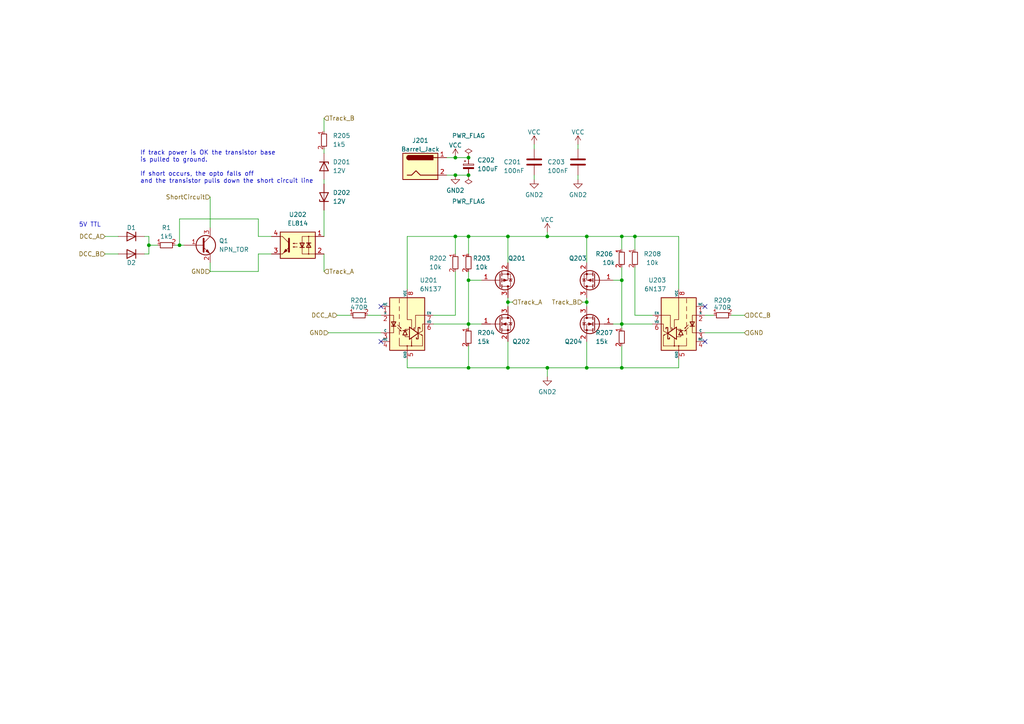
<source format=kicad_sch>
(kicad_sch (version 20231120) (generator "eeschema") (generator_version "8.0")
  (paper "A4")
  (lib_symbols
    (symbol "Connector:Barrel_Jack" (pin_names (offset 1.016))
      (property "Reference" "J" (at 0 5.334 0))
      (property "Value" "Barrel_Jack" (at 0 -5.08 0))
      (symbol "Barrel_Jack_0_1"
        (rectangle (start -5.08 3.81) (end 5.08 -3.81) (stroke (width 0.254)) (fill (type background)))
        (arc (start -3.302 3.175) (mid -3.9343 2.54) (end -3.302 1.905) (stroke (width 0.254)))
        (arc (start -3.302 3.175) (mid -3.9343 2.54) (end -3.302 1.905) (stroke (width 0.254)) (fill (type outline)))
        (polyline (pts (xy 5.08 2.54) (xy 3.81 2.54)) (stroke (width 0.254)))
        (polyline (pts (xy -3.81 -2.54) (xy -2.54 -2.54) (xy -1.27 -1.27) (xy 0 -2.54) (xy 2.54 -2.54) (xy 5.08 -2.54)) (stroke (width 0.254)))
        (rectangle (start 3.683 3.175) (end -3.302 1.905) (stroke (width 0.254)) (fill (type outline)))
      )
      (symbol "Barrel_Jack_1_1"
        (pin passive line (at 7.62 2.54 180) (length 2.54) (name "~") (number "1"))
        (pin passive line (at 7.62 -2.54 180) (length 2.54) (name "~") (number "2"))
      )
    )
    (symbol "Device:C" (pin_numbers hide) (pin_names (offset 0.254))
      (property "Reference" "C" (at 0.635 2.54 0))
      (property "Value" "C" (at 0.635 -2.54 0))
      (symbol "C_0_1"
        (polyline (pts (xy -2.032 -0.762) (xy 2.032 -0.762)) (stroke (width 0.508)))
        (polyline (pts (xy -2.032 0.762) (xy 2.032 0.762)) (stroke (width 0.508)))
      )
      (symbol "C_1_1"
        (pin passive line (at 0 3.81 270) (length 2.794) (name "~") (number "1"))
        (pin passive line (at 0 -3.81 90) (length 2.794) (name "~") (number "2"))
      )
    )
    (symbol "Device:C_Polarized_Small" (pin_numbers hide) (pin_names (offset 0.254) hide)
      (property "Reference" "C" (at 0.254 1.778 0))
      (property "Value" "C_Polarized_Small" (at 0.254 -2.032 0))
      (symbol "C_Polarized_Small_0_1"
        (rectangle (start -1.524 -0.3048) (end 1.524 -0.6858) (fill (type outline)))
        (rectangle (start -1.524 0.6858) (end 1.524 0.3048))
        (polyline (pts (xy -1.27 1.524) (xy -0.762 1.524)))
        (polyline (pts (xy -1.016 1.27) (xy -1.016 1.778)))
      )
      (symbol "C_Polarized_Small_1_1"
        (pin passive line (at 0 2.54 270) (length 1.8542) (name "~") (number "1"))
        (pin passive line (at 0 -2.54 90) (length 1.8542) (name "~") (number "2"))
      )
    )
    (symbol "Device:D_Zener" (pin_numbers hide) (pin_names (offset 1.016) hide)
      (property "Reference" "D" (at 0 2.54 0))
      (property "Value" "D_Zener" (at 0 -2.54 0))
      (symbol "D_Zener_0_1"
        (polyline (pts (xy 1.27 0) (xy -1.27 0)))
        (polyline (pts (xy -1.27 -1.27) (xy -1.27 1.27) (xy -0.762 1.27)) (stroke (width 0.254)))
        (polyline (pts (xy 1.27 -1.27) (xy 1.27 1.27) (xy -1.27 0) (xy 1.27 -1.27)) (stroke (width 0.254)))
      )
      (symbol "D_Zener_1_1"
        (pin passive line (at -3.81 0 0) (length 2.54) (name "K") (number "1"))
        (pin passive line (at 3.81 0 180) (length 2.54) (name "A") (number "2"))
      )
    )
    (symbol "Isolator:6N137" (pin_names (offset 0))
      (property "Reference" "U" (at -4.064 8.89 0))
      (property "Value" "6N137" (at 0 -8.89 0))
      (symbol "6N137_0_1"
        (polyline (pts (xy 0 -6.35) (xy -2.286 -6.35) (xy -2.286 -4.064)))
        (polyline (pts (xy -5.08 -2.54) (xy -3.937 -2.54) (xy -3.937 2.54) (xy -5.08 2.54)))
        (polyline (pts (xy 1.27 -5.08) (xy 1.27 -6.35) (xy 0 -6.35) (xy 0 -7.62)))
        (polyline (pts (xy 3.175 -2.667) (xy 0.635 -4.445) (xy 0.635 -0.889) (xy 3.175 -2.667)) (stroke (width 0.254)))
        (polyline (pts (xy -2.794 -1.016) (xy -1.717 -2.093) (xy -2.076 -1.914) (xy -1.896 -1.734) (xy -1.717 -2.093)))
        (polyline (pts (xy -2.794 -0.254) (xy -1.717 -1.331) (xy -2.076 -1.152) (xy -1.896 -0.972) (xy -1.717 -1.331)))
      )
      (symbol "6N137_1_1"
        (rectangle (start -5.08 7.62) (end 5.08 -7.62) (stroke (width 0.254)) (fill (type background)))
        (circle (center 0 -6.35) (radius 0.127) (fill (type outline)))
        (polyline (pts (xy -4.572 -0.635) (xy -3.302 -0.635)) (stroke (width 0.254)))
        (polyline (pts (xy -2.286 -1.778) (xy -2.286 -3.048)))
        (polyline (pts (xy -2.286 0.508) (xy -2.286 -0.762)))
        (polyline (pts (xy -2.286 2.794) (xy -2.286 1.524)))
        (polyline (pts (xy -2.286 5.08) (xy -2.286 3.81)))
        (polyline (pts (xy -2.286 7.366) (xy -2.286 6.096)))
        (polyline (pts (xy -1.27 -1.905) (xy 0 -1.905)) (stroke (width 0.254)))
        (polyline (pts (xy -0.635 -3.302) (xy -0.635 -3.683) (xy 0.635 -3.683)))
        (polyline (pts (xy -0.635 -1.905) (xy -0.635 -1.524) (xy 0.508 -1.524)))
        (polyline (pts (xy 1.27 -4.064) (xy 1.27 -6.35) (xy 4.445 -6.35)))
        (polyline (pts (xy 3.175 -2.667) (xy 4.445 -3.302) (xy 4.445 -6.35)))
        (polyline (pts (xy -3.937 -0.635) (xy -4.572 0.635) (xy -3.302 0.635) (xy -3.937 -0.635)) (stroke (width 0.254)))
        (polyline (pts (xy -0.635 -1.905) (xy -1.27 -3.175) (xy 0 -3.175) (xy -0.635 -1.905)) (stroke (width 0.254)))
        (polyline (pts (xy 1.27 -1.27) (xy 1.27 1.27) (xy 0 1.27) (xy 0 7.62)))
        (polyline (pts (xy 2.1844 -1.1684) (xy 2.413 -0.889) (xy 2.413 2.54) (xy 5.08 2.54)))
        (polyline (pts (xy 3.175 -2.667) (xy 3.175 -4.318) (xy 2.667 -4.318) (xy 2.667 -3.937)) (stroke (width 0.254)))
        (polyline (pts (xy 3.175 -2.667) (xy 3.175 -1.016) (xy 3.683 -1.016) (xy 3.683 -1.397)) (stroke (width 0.254)))
        (polyline (pts (xy 3.175 -2.667) (xy 4.445 -2.032) (xy 4.445 0) (xy 5.08 0)))
        (polyline (pts (xy 4.445 -3.302) (xy 4.161 -3.018) (xy 4.047 -3.246) (xy 4.445 -3.302)) (stroke (width 0.127)) (fill (type outline)))
        (circle (center 1.27 -6.35) (radius 0.127) (fill (type outline)))
        (circle (center 2.032 -1.397) (radius 0.254))
        (pin passive line (at -7.62 5.08 0) (length 2.54) (name "NC") (number "1"))
        (pin passive line (at -7.62 2.54 0) (length 2.54) (name "A") (number "2"))
        (pin passive line (at -7.62 -2.54 0) (length 2.54) (name "C") (number "3"))
        (pin passive line (at -7.62 -5.08 0) (length 2.54) (name "NC") (number "4"))
        (pin power_in line (at 0 -10.16 90) (length 2.54) (name "GND") (number "5"))
        (pin open_collector line (at 7.62 0 180) (length 2.54) (name "VO") (number "6"))
        (pin input line (at 7.62 2.54 180) (length 2.54) (name "EN") (number "7"))
        (pin power_in line (at 0 10.16 270) (length 2.54) (name "VCC") (number "8"))
      )
    )
    (symbol "Transistor_FET:AO3400A" (pin_names hide)
      (property "Reference" "Q" (at 5.08 1.905 0))
      (property "Value" "AO3400A" (at 5.08 0 0))
      (symbol "AO3400A_0_1"
        (polyline (pts (xy 0.254 0) (xy -2.54 0)))
        (polyline (pts (xy 0.254 1.905) (xy 0.254 -1.905)) (stroke (width 0.254)))
        (polyline (pts (xy 0.762 -1.27) (xy 0.762 -2.286)) (stroke (width 0.254)))
        (polyline (pts (xy 0.762 0.508) (xy 0.762 -0.508)) (stroke (width 0.254)))
        (polyline (pts (xy 0.762 2.286) (xy 0.762 1.27)) (stroke (width 0.254)))
        (polyline (pts (xy 2.54 2.54) (xy 2.54 1.778)))
        (polyline (pts (xy 2.54 -2.54) (xy 2.54 0) (xy 0.762 0)))
        (polyline (pts (xy 0.762 -1.778) (xy 3.302 -1.778) (xy 3.302 1.778) (xy 0.762 1.778)))
        (polyline (pts (xy 1.016 0) (xy 2.032 0.381) (xy 2.032 -0.381) (xy 1.016 0)) (fill (type outline)))
        (polyline (pts (xy 2.794 0.508) (xy 2.921 0.381) (xy 3.683 0.381) (xy 3.81 0.254)))
        (polyline (pts (xy 3.302 0.381) (xy 2.921 -0.254) (xy 3.683 -0.254) (xy 3.302 0.381)))
        (circle (center 1.651 0) (radius 2.794) (stroke (width 0.254)))
        (circle (center 2.54 -1.778) (radius 0.254) (fill (type outline)))
        (circle (center 2.54 1.778) (radius 0.254) (fill (type outline)))
      )
      (symbol "AO3400A_1_1"
        (pin input line (at -5.08 0 0) (length 2.54) (name "G") (number "1"))
        (pin passive line (at 2.54 -5.08 90) (length 2.54) (name "S") (number "2"))
        (pin passive line (at 2.54 5.08 270) (length 2.54) (name "D") (number "3"))
      )
    )
    (symbol "Transistor_FET:AO3401A" (pin_names hide)
      (property "Reference" "Q" (at 5.08 1.905 0))
      (property "Value" "AO3401A" (at 5.08 0 0))
      (symbol "AO3401A_0_1"
        (polyline (pts (xy 0.254 0) (xy -2.54 0)))
        (polyline (pts (xy 0.254 1.905) (xy 0.254 -1.905)) (stroke (width 0.254)))
        (polyline (pts (xy 0.762 -1.27) (xy 0.762 -2.286)) (stroke (width 0.254)))
        (polyline (pts (xy 0.762 0.508) (xy 0.762 -0.508)) (stroke (width 0.254)))
        (polyline (pts (xy 0.762 2.286) (xy 0.762 1.27)) (stroke (width 0.254)))
        (polyline (pts (xy 2.54 2.54) (xy 2.54 1.778)))
        (polyline (pts (xy 2.54 -2.54) (xy 2.54 0) (xy 0.762 0)))
        (polyline (pts (xy 0.762 1.778) (xy 3.302 1.778) (xy 3.302 -1.778) (xy 0.762 -1.778)))
        (polyline (pts (xy 2.286 0) (xy 1.27 0.381) (xy 1.27 -0.381) (xy 2.286 0)) (fill (type outline)))
        (polyline (pts (xy 2.794 -0.508) (xy 2.921 -0.381) (xy 3.683 -0.381) (xy 3.81 -0.254)))
        (polyline (pts (xy 3.302 -0.381) (xy 2.921 0.254) (xy 3.683 0.254) (xy 3.302 -0.381)))
        (circle (center 1.651 0) (radius 2.794) (stroke (width 0.254)))
        (circle (center 2.54 -1.778) (radius 0.254) (fill (type outline)))
        (circle (center 2.54 1.778) (radius 0.254) (fill (type outline)))
      )
      (symbol "AO3401A_1_1"
        (pin input line (at -5.08 0 0) (length 2.54) (name "G") (number "1"))
        (pin passive line (at 2.54 -5.08 90) (length 2.54) (name "S") (number "2"))
        (pin passive line (at 2.54 5.08 270) (length 2.54) (name "D") (number "3"))
      )
    )
    (symbol "custom_kicad_lib_sk:1N4148WS" (pin_numbers hide) (pin_names hide)
      (property "Reference" "D" (at 0 2.54 0))
      (property "Value" "1N4148WS" (at 0 -2.54 0))
      (symbol "1N4148WS_0_1"
        (polyline (pts (xy -1.27 1.27) (xy -1.27 -1.27)) (stroke (width 0.254)))
        (polyline (pts (xy 1.27 0) (xy -1.27 0)))
        (polyline (pts (xy 1.27 1.27) (xy 1.27 -1.27) (xy -1.27 0) (xy 1.27 1.27)) (stroke (width 0.254)))
      )
      (symbol "1N4148WS_1_1"
        (pin passive line (at -3.81 0 0) (length 2.54) (name "K") (number "1"))
        (pin passive line (at 3.81 0 180) (length 2.54) (name "A") (number "2"))
      )
    )
    (symbol "custom_kicad_lib_sk:EL814S" (pin_names (offset 1.016))
      (property "Reference" "U" (at -5.334 4.826 0))
      (property "Value" "EL814" (at 0 5.08 0))
      (symbol "EL814S_0_1"
        (rectangle (start -5.08 3.81) (end 5.08 -3.81) (stroke (width 0.254)) (fill (type background)))
        (circle (center -3.175 -2.54) (radius 0.127))
        (circle (center -3.175 2.54) (radius 0.127))
        (polyline (pts (xy -3.81 0.635) (xy -2.54 0.635)) (stroke (width 0.254)))
        (polyline (pts (xy -3.175 -0.635) (xy -3.175 -2.54)))
        (polyline (pts (xy -3.175 0.635) (xy -3.175 -0.635)))
        (polyline (pts (xy -3.175 0.635) (xy -3.175 2.54)))
        (polyline (pts (xy -1.905 -0.635) (xy -0.635 -0.635)) (stroke (width 0.254)))
        (polyline (pts (xy -1.27 0.635) (xy -1.27 -0.635)))
        (polyline (pts (xy 2.54 0.635) (xy 4.445 2.54)))
        (polyline (pts (xy 4.445 -2.54) (xy 2.54 -0.635)) (fill (type outline)))
        (polyline (pts (xy 4.445 -2.54) (xy 5.08 -2.54)))
        (polyline (pts (xy 4.445 2.54) (xy 5.08 2.54)))
        (polyline (pts (xy -5.08 2.54) (xy -1.27 2.54) (xy -1.27 0.635)))
        (polyline (pts (xy -1.27 -0.635) (xy -1.27 -2.54) (xy -5.08 -2.54)))
        (polyline (pts (xy 2.54 1.905) (xy 2.54 -1.905) (xy 2.54 -1.905)) (stroke (width 0.508)))
        (polyline (pts (xy -3.175 0.635) (xy -3.81 -0.635) (xy -2.54 -0.635) (xy -3.175 0.635)) (stroke (width 0.254)))
        (polyline (pts (xy -1.27 -0.635) (xy -1.905 0.635) (xy -0.635 0.635) (xy -1.27 -0.635)) (stroke (width 0.254)))
        (polyline (pts (xy 0.127 -0.508) (xy 1.397 -0.508) (xy 1.016 -0.635) (xy 1.016 -0.381) (xy 1.397 -0.508)))
        (polyline (pts (xy 0.127 0.508) (xy 1.397 0.508) (xy 1.016 0.381) (xy 1.016 0.635) (xy 1.397 0.508)))
        (polyline (pts (xy 3.048 -1.651) (xy 3.556 -1.143) (xy 4.064 -2.159) (xy 3.048 -1.651) (xy 3.048 -1.651)) (fill (type outline)))
      )
      (symbol "EL814S_1_1"
        (pin passive line (at -7.62 2.54 0) (length 2.54) (name "~") (number "1"))
        (pin passive line (at -7.62 -2.54 0) (length 2.54) (name "~") (number "2"))
        (pin passive line (at 7.62 -2.54 180) (length 2.54) (name "~") (number "3"))
        (pin passive line (at 7.62 2.54 180) (length 2.54) (name "~") (number "4"))
      )
    )
    (symbol "custom_kicad_lib_sk:NPN_TOR" (pin_names (offset 0) hide)
      (property "Reference" "Q" (at 5.08 1.905 0))
      (property "Value" "NPN_TOR" (at 5.08 0 0))
      (symbol "NPN_TOR_0_1"
        (polyline (pts (xy 0.635 0.635) (xy 2.54 2.54)))
        (polyline (pts (xy 0.635 -0.635) (xy 2.54 -2.54) (xy 2.54 -2.54)))
        (polyline (pts (xy 0.635 1.905) (xy 0.635 -1.905) (xy 0.635 -1.905)) (stroke (width 0.508)))
        (polyline (pts (xy 1.27 -1.778) (xy 1.778 -1.27) (xy 2.286 -2.286) (xy 1.27 -1.778) (xy 1.27 -1.778)) (fill (type outline)))
        (circle (center 1.27 0) (radius 2.8194) (stroke (width 0.254)))
      )
      (symbol "NPN_TOR_1_1"
        (pin input line (at -5.08 0 0) (length 5.715) (name "B") (number "1"))
        (pin passive line (at 2.54 -5.08 90) (length 2.54) (name "E") (number "2"))
        (pin passive line (at 2.54 5.08 270) (length 2.54) (name "C") (number "3"))
      )
    )
    (symbol "power:GND2" (power) (pin_names (offset 0))
      (property "Value" "GND2" (at 0 -3.81 0))
      (symbol "GND2_0_1"
        (polyline (pts (xy 0 0) (xy 0 -1.27) (xy 1.27 -1.27) (xy 0 -2.54) (xy -1.27 -1.27) (xy 0 -1.27)))
      )
      (symbol "GND2_1_1"
        (pin power_in line (at 0 0 270) (length 0) hide (name "GND2") (number "1"))
      )
    )
    (symbol "power:PWR_FLAG" (power) (pin_numbers hide) (pin_names (offset 0) hide)
      (property "Value" "PWR_FLAG" (at 0 3.81 0))
      (symbol "PWR_FLAG_0_0"
        (pin power_out line (at 0 0 90) (length 0) (name "pwr") (number "1"))
      )
      (symbol "PWR_FLAG_0_1"
        (polyline (pts (xy 0 0) (xy 0 1.27) (xy -1.016 1.905) (xy 0 2.54) (xy 1.016 1.905) (xy 0 1.27)))
      )
    )
    (symbol "power:VCC" (power) (pin_names (offset 0))
      (property "Value" "VCC" (at 0 3.81 0))
      (symbol "VCC_0_1"
        (polyline (pts (xy -0.762 1.27) (xy 0 2.54)))
        (polyline (pts (xy 0 0) (xy 0 2.54)))
        (polyline (pts (xy 0 2.54) (xy 0.762 1.27)))
      )
      (symbol "VCC_1_1"
        (pin power_in line (at 0 0 90) (length 0) hide (name "VCC") (number "1"))
      )
    )
    (symbol "resistors_0603:R_10k_0603"
      (property "Reference" "R" (at 1.27 2.54 0))
      (property "Value" "10k" (at 2.54 -2.54 0))
      (symbol "R_10k_0603_0_1"
        (rectangle (start -0.762 1.778) (end 0.762 -1.778) (stroke (width 0.2032)))
      )
      (symbol "R_10k_0603_1_1"
        (pin passive line (at 0 2.54 270) (length 0.762) (name "~") (number "1"))
        (pin passive line (at 0 -2.54 90) (length 0.762) (name "~") (number "2"))
      )
    )
    (symbol "resistors_0603:R_15k_0603"
      (property "Reference" "R" (at 1.27 2.54 0))
      (property "Value" "15k" (at 2.54 -2.54 0))
      (symbol "R_15k_0603_0_1"
        (rectangle (start -0.762 1.778) (end 0.762 -1.778) (stroke (width 0.2032)))
      )
      (symbol "R_15k_0603_1_1"
        (pin passive line (at 0 2.54 270) (length 0.762) (name "~") (number "1"))
        (pin passive line (at 0 -2.54 90) (length 0.762) (name "~") (number "2"))
      )
    )
    (symbol "resistors_0603:R_1k5_0603"
      (property "Reference" "R" (at 1.27 2.54 0))
      (property "Value" "1k5" (at 2.54 -2.54 0))
      (symbol "R_1k5_0603_0_1"
        (rectangle (start -0.762 1.778) (end 0.762 -1.778) (stroke (width 0.2032)))
      )
      (symbol "R_1k5_0603_1_1"
        (pin passive line (at 0 2.54 270) (length 0.762) (name "~") (number "1"))
        (pin passive line (at 0 -2.54 90) (length 0.762) (name "~") (number "2"))
      )
    )
    (symbol "resistors_0603:R_470R_0603"
      (property "Reference" "R" (at 1.27 2.54 0))
      (property "Value" "470R" (at 2.54 -2.54 0))
      (symbol "R_470R_0603_0_1"
        (rectangle (start -0.762 1.778) (end 0.762 -1.778) (stroke (width 0.2032)))
      )
      (symbol "R_470R_0603_1_1"
        (pin passive line (at 0 2.54 270) (length 0.762) (name "~") (number "1"))
        (pin passive line (at 0 -2.54 90) (length 0.762) (name "~") (number "2"))
      )
    )
  )
  (junction (at 180.34 81.28))
  (junction (at 147.32 68.58))
  (junction (at 43.18 71.12))
  (junction (at 135.89 50.8))
  (junction (at 158.75 106.68))
  (junction (at 170.18 106.68))
  (junction (at 132.08 50.8))
  (junction (at 135.89 81.28))
  (junction (at 170.18 68.58))
  (junction (at 158.75 68.58))
  (junction (at 180.34 106.68))
  (junction (at 135.89 93.98))
  (junction (at 180.34 93.98))
  (junction (at 147.32 87.63))
  (junction (at 170.18 87.63))
  (junction (at 135.89 68.58))
  (junction (at 184.15 68.58))
  (junction (at 132.08 68.58))
  (junction (at 180.34 68.58))
  (junction (at 52.07 71.12))
  (junction (at 135.89 45.72))
  (junction (at 135.89 106.68))
  (junction (at 132.08 45.72))
  (junction (at 147.32 106.68))
  (no_connect (at 204.47 99.06))
  (no_connect (at 110.49 99.06))
  (no_connect (at 204.47 88.9))
  (no_connect (at 110.49 88.9))
  (wire (pts (xy 132.08 50.8) (xy 135.89 50.8)))
  (wire (pts (xy 118.11 83.82) (xy 118.11 68.58)))
  (wire (pts (xy 154.94 41.91) (xy 154.94 43.18)))
  (wire (pts (xy 154.94 50.8) (xy 154.94 52.07)))
  (wire (pts (xy 95.25 96.52) (xy 110.49 96.52)))
  (wire (pts (xy 135.89 81.28) (xy 135.89 93.98)))
  (wire (pts (xy 158.75 106.68) (xy 170.18 106.68)))
  (wire (pts (xy 135.89 106.68) (xy 147.32 106.68)))
  (wire (pts (xy 132.08 68.58) (xy 135.89 68.58)))
  (wire (pts (xy 170.18 76.2) (xy 170.18 68.58)))
  (wire (pts (xy 170.18 99.06) (xy 170.18 106.68)))
  (wire (pts (xy 118.11 106.68) (xy 135.89 106.68)))
  (wire (pts (xy 180.34 68.58) (xy 184.15 68.58)))
  (wire (pts (xy 129.54 45.72) (xy 132.08 45.72)))
  (wire (pts (xy 184.15 68.58) (xy 196.85 68.58)))
  (wire (pts (xy 93.98 34.29) (xy 93.98 38.1)))
  (wire (pts (xy 215.9 96.52) (xy 204.47 96.52)))
  (wire (pts (xy 135.89 73.66) (xy 135.89 68.58)))
  (wire (pts (xy 41.91 73.66) (xy 43.18 73.66)))
  (wire (pts (xy 212.09 91.44) (xy 215.9 91.44)))
  (wire (pts (xy 180.34 81.28) (xy 180.34 93.98)))
  (wire (pts (xy 139.7 93.98) (xy 135.89 93.98)))
  (wire (pts (xy 147.32 68.58) (xy 158.75 68.58)))
  (wire (pts (xy 170.18 86.36) (xy 170.18 87.63)))
  (wire (pts (xy 132.08 73.66) (xy 132.08 68.58)))
  (wire (pts (xy 170.18 87.63) (xy 170.18 88.9)))
  (wire (pts (xy 118.11 68.58) (xy 132.08 68.58)))
  (wire (pts (xy 30.48 73.66) (xy 34.29 73.66)))
  (wire (pts (xy 52.07 63.5) (xy 74.93 63.5)))
  (wire (pts (xy 168.91 87.63) (xy 170.18 87.63)))
  (wire (pts (xy 147.32 68.58) (xy 147.32 76.2)))
  (wire (pts (xy 147.32 87.63) (xy 147.32 88.9)))
  (wire (pts (xy 180.34 93.98) (xy 180.34 95.25)))
  (wire (pts (xy 74.93 68.58) (xy 78.74 68.58)))
  (wire (pts (xy 125.73 93.98) (xy 135.89 93.98)))
  (wire (pts (xy 167.64 50.8) (xy 167.64 52.07)))
  (wire (pts (xy 60.96 78.74) (xy 74.93 78.74)))
  (wire (pts (xy 135.89 95.25) (xy 135.89 93.98)))
  (wire (pts (xy 180.34 106.68) (xy 196.85 106.68)))
  (wire (pts (xy 135.89 100.33) (xy 135.89 106.68)))
  (wire (pts (xy 196.85 104.14) (xy 196.85 106.68)))
  (wire (pts (xy 43.18 73.66) (xy 43.18 71.12)))
  (wire (pts (xy 135.89 81.28) (xy 139.7 81.28)))
  (wire (pts (xy 158.75 67.31) (xy 158.75 68.58)))
  (wire (pts (xy 180.34 81.28) (xy 177.8 81.28)))
  (wire (pts (xy 158.75 109.22) (xy 158.75 106.68)))
  (wire (pts (xy 118.11 106.68) (xy 118.11 104.14)))
  (wire (pts (xy 43.18 68.58) (xy 43.18 71.12)))
  (wire (pts (xy 93.98 43.18) (xy 93.98 44.45)))
  (wire (pts (xy 93.98 60.96) (xy 93.98 68.58)))
  (wire (pts (xy 180.34 93.98) (xy 177.8 93.98)))
  (wire (pts (xy 180.34 72.39) (xy 180.34 68.58)))
  (wire (pts (xy 184.15 77.47) (xy 184.15 91.44)))
  (wire (pts (xy 204.47 91.44) (xy 207.01 91.44)))
  (wire (pts (xy 60.96 57.15) (xy 60.96 66.04)))
  (wire (pts (xy 74.93 73.66) (xy 74.93 78.74)))
  (wire (pts (xy 170.18 68.58) (xy 180.34 68.58)))
  (wire (pts (xy 132.08 78.74) (xy 132.08 91.44)))
  (wire (pts (xy 60.96 76.2) (xy 60.96 78.74)))
  (wire (pts (xy 180.34 77.47) (xy 180.34 81.28)))
  (wire (pts (xy 147.32 106.68) (xy 158.75 106.68)))
  (wire (pts (xy 184.15 72.39) (xy 184.15 68.58)))
  (wire (pts (xy 135.89 81.28) (xy 135.89 78.74)))
  (wire (pts (xy 97.79 91.44) (xy 101.6 91.44)))
  (wire (pts (xy 74.93 73.66) (xy 78.74 73.66)))
  (wire (pts (xy 132.08 45.72) (xy 135.89 45.72)))
  (wire (pts (xy 93.98 52.07) (xy 93.98 53.34)))
  (wire (pts (xy 148.59 87.63) (xy 147.32 87.63)))
  (wire (pts (xy 52.07 71.12) (xy 53.34 71.12)))
  (wire (pts (xy 43.18 71.12) (xy 45.72 71.12)))
  (wire (pts (xy 158.75 68.58) (xy 170.18 68.58)))
  (wire (pts (xy 50.8 71.12) (xy 52.07 71.12)))
  (wire (pts (xy 167.64 41.91) (xy 167.64 43.18)))
  (wire (pts (xy 196.85 83.82) (xy 196.85 68.58)))
  (wire (pts (xy 132.08 91.44) (xy 125.73 91.44)))
  (wire (pts (xy 147.32 106.68) (xy 147.32 99.06)))
  (wire (pts (xy 52.07 71.12) (xy 52.07 63.5)))
  (wire (pts (xy 30.48 68.58) (xy 34.29 68.58)))
  (wire (pts (xy 135.89 68.58) (xy 147.32 68.58)))
  (wire (pts (xy 93.98 78.74) (xy 93.98 73.66)))
  (wire (pts (xy 129.54 50.8) (xy 132.08 50.8)))
  (wire (pts (xy 184.15 91.44) (xy 189.23 91.44)))
  (wire (pts (xy 106.68 91.44) (xy 110.49 91.44)))
  (wire (pts (xy 170.18 106.68) (xy 180.34 106.68)))
  (wire (pts (xy 41.91 68.58) (xy 43.18 68.58)))
  (wire (pts (xy 180.34 100.33) (xy 180.34 106.68)))
  (wire (pts (xy 180.34 93.98) (xy 189.23 93.98)))
  (wire (pts (xy 74.93 63.5) (xy 74.93 68.58)))
  (wire (pts (xy 147.32 86.36) (xy 147.32 87.63)))
  (text "If track power is OK the transistor base\nis pulled to ground.\n\nIf short occurs, the opto falls off\nand the transistor pulls down the short circuit line" (at 40.64 53.34 0) (effects (font (size 1.27 1.27)) (justify left bottom)))
  (text "5V TTL" (at 22.86 66.04 0) (effects (font (size 1.27 1.27)) (justify left bottom)))
  (hierarchical_label "Track_B" (shape input) (at 93.98 34.29 0))
  (hierarchical_label "ShortCircuit" (shape input) (at 60.96 57.15 180))
  (hierarchical_label "DCC_A" (shape input) (at 30.48 68.58 180))
  (hierarchical_label "GND" (shape input) (at 95.25 96.52 180))
  (hierarchical_label "Track_A" (shape input) (at 93.98 78.74 0))
  (hierarchical_label "DCC_A" (shape input) (at 97.79 91.44 180))
  (hierarchical_label "GND" (shape input) (at 215.9 96.52 0))
  (hierarchical_label "DCC_B" (shape input) (at 30.48 73.66 180))
  (hierarchical_label "Track_B" (shape input) (at 168.91 87.63 180))
  (hierarchical_label "Track_A" (shape input) (at 148.59 87.63 0))
  (hierarchical_label "GND" (shape input) (at 60.96 78.74 180))
  (hierarchical_label "DCC_B" (shape input) (at 215.9 91.44 0))
  (symbol (lib_id "Device:C") (at 154.94 46.99 180) (unit 1)
    (property "Reference" "C201" (at 146.05 46.9931 0) (effects (justify right)))
    (property "Value" "100nF" (at 146.05 49.53 0) (effects (justify right)))
    (property "Footprint" "Capacitor_SMD:C_0603_1608Metric_Pad1.08x0.95mm_HandSolder" (effects (hide yes)))
    (property "JLCPCB Part#" "C14663" (effects (hide yes)))
    (instances (project "booster_bare_minimum" (path "" (reference "C201") (unit 1))) (project "booster" (path "" (reference "C501") (unit 1))))
  )
  (symbol (lib_id "power:PWR_FLAG") (at 135.89 45.72 0) (unit 1)
    (property "Reference" "#FLG0201" (effects (hide yes)))
    (property "Value" "PWR_FLAG" (at 135.89 39.37 0))
    (instances (project "booster_bare_minimum" (path "" (reference "#FLG0201") (unit 1))) (project "booster" (path "" (reference "#FLG0401") (unit 1))))
  )
  (symbol (lib_id "Device:C_Polarized_Small") (at 135.89 48.26 0) (unit 1)
    (property "Reference" "C202" (at 138.43 46.4439 0) (effects (justify left)))
    (property "Value" "100uF" (at 138.43 48.9839 0) (effects (justify left)))
    (property "Footprint" "Capacitor_SMD:CP_Elec_6.3x5.9" (effects (hide yes)))
    (property "JLCPCB Part#" "C494840" (effects (hide yes)))
  )
  (symbol (lib_id "custom_kicad_lib_sk:1N4148WS") (at 38.1 73.66 180) (unit 1)
    (property "Reference" "D2" (at 38.1 76.2 0))
    (property "Value" "1N4148WS" (effects (hide yes)))
    (property "Footprint" "Diode_SMD:D_SOD-323" (effects (hide yes)))
    (property "Datasheet" "https://www.vishay.com/docs/85751/1n4148ws.pdf" (effects (hide yes)))
    (property "Sim.Device" "D" (effects (hide yes)))
    (property "Sim.Pins" "1=K 2=A" (effects (hide yes)))
    (property "JLCPCB Part#" "C2128" (effects (hide yes)))
  )
  (symbol (lib_id "resistors_0603:R_10k_0603") (at 184.15 74.93 0) (unit 1)
    (property "Reference" "R208" (at 189.23 73.66 0))
    (property "Value" "10k" (at 189.23 76.2 0))
    (property "Footprint" "custom_kicad_lib_sk:R_0603_smalltext" (effects (hide yes)))
    (property "JLCPCB Part#" "C25804" (effects (hide yes)))
    (instances (project "booster_bare_minimum" (path "" (reference "R208") (unit 1))) (project "booster" (path "" (reference "R404") (unit 1))))
  )
  (symbol (lib_id "power:VCC") (at 158.75 67.31 0) (unit 1)
    (property "Reference" "#PWR0206" (effects (hide yes)))
    (property "Value" "VCC" (at 158.75 63.7342 0))
    (instances (project "booster_bare_minimum" (path "" (reference "#PWR0206") (unit 1))) (project "booster" (path "" (reference "#PWR0106") (unit 1))))
  )
  (symbol (lib_id "custom_kicad_lib_sk:NPN_TOR") (at 58.42 71.12 0) (unit 1)
    (property "Reference" "Q1" (at 63.5 69.85 0) (effects (justify left)))
    (property "Value" "NPN_TOR" (at 63.5 72.39 0) (effects (justify left)))
    (property "Footprint" "Package_TO_SOT_SMD:SOT-23" (effects (hide yes)))
    (property "JLCPCB Part#" "C2145" (effects (hide yes)))
  )
  (symbol (lib_id "resistors_0603:R_15k_0603") (at 180.34 97.79 0) (unit 1)
    (property "Reference" "R207" (at 172.72 96.52 0) (effects (justify left)))
    (property "Value" "15k" (at 172.72 99.06 0) (effects (justify left)))
    (property "Footprint" "custom_kicad_lib_sk:R_0603_smalltext" (effects (hide yes)))
    (property "JLCPCB Part#" "C22809" (effects (hide yes)))
  )
  (symbol (lib_id "Transistor_FET:AO3400A") (at 172.72 93.98 0) (mirror y) (unit 1)
    (property "Reference" "Q204" (at 168.91 99.06 0) (effects (justify left)))
    (property "Value" "N-channel" (effects (hide yes)))
    (property "Footprint" "Package_TO_SOT_SMD:SOT-23" (effects (hide yes)))
    (property "Datasheet" "http://www.aosmd.com/pdfs/datasheet/AO3400A.pdf" (effects (hide yes)))
    (property "JLCPCB Part#" "C20917" (effects (hide yes)))
    (instances (project "booster_bare_minimum" (path "" (reference "Q204") (unit 1))) (project "booster" (path "" (reference "Q404") (unit 1))))
  )
  (symbol (lib_id "resistors_0603:R_10k_0603") (at 132.08 76.2 0) (unit 1)
    (property "Reference" "R202" (at 124.46 74.93 0) (effects (justify left)))
    (property "Value" "10k" (at 124.46 77.47 0) (effects (justify left)))
    (property "Footprint" "custom_kicad_lib_sk:R_0603_smalltext" (effects (hide yes)))
    (property "JLCPCB Part#" "C25804" (effects (hide yes)))
    (instances (project "booster_bare_minimum" (path "" (reference "R202") (unit 1))) (project "booster" (path "" (reference "R401") (unit 1))))
  )
  (symbol (lib_id "resistors_0603:R_10k_0603") (at 135.89 76.2 0) (unit 1)
    (property "Reference" "R203" (at 139.7 74.93 0))
    (property "Value" "10k" (at 139.7 77.47 0))
    (property "Footprint" "custom_kicad_lib_sk:R_0603_smalltext" (effects (hide yes)))
    (property "JLCPCB Part#" "C25804" (effects (hide yes)))
    (instances (project "booster_bare_minimum" (path "" (reference "R203") (unit 1))) (project "booster" (path "" (reference "R403") (unit 1))))
  )
  (symbol (lib_id "Device:C") (at 167.64 46.99 180) (unit 1)
    (property "Reference" "C203" (at 158.75 46.9931 0) (effects (justify right)))
    (property "Value" "100nF" (at 158.75 49.53 0) (effects (justify right)))
    (property "Footprint" "Capacitor_SMD:C_0603_1608Metric_Pad1.08x0.95mm_HandSolder" (effects (hide yes)))
    (property "JLCPCB Part#" "C14663" (effects (hide yes)))
  )
  (symbol (lib_id "power:GND2") (at 154.94 52.07 0) (unit 1)
    (property "Reference" "#PWR0204" (effects (hide yes)))
    (property "Value" "GND2" (at 154.94 56.5134 0))
    (instances (project "booster_bare_minimum" (path "" (reference "#PWR0204") (unit 1))) (project "booster" (path "" (reference "#PWR0109") (unit 1))))
  )
  (symbol (lib_id "Isolator:6N137") (at 118.11 93.98 0) (unit 1)
    (property "Reference" "U201" (at 121.7361 81.28 0) (effects (justify left)))
    (property "Value" "6N137" (at 121.7361 83.82 0) (effects (justify left)))
    (property "Footprint" "Package_SO:SOP-8_6.605x9.655mm_P2.54mm" (effects (hide yes)))
    (property "Datasheet" "https://docs.broadcom.com/docs/AV02-0940EN" (effects (hide yes)))
    (property "JLCPCB Part#" "C110020" (effects (hide yes)))
  )
  (symbol (lib_id "Transistor_FET:AO3400A") (at 144.78 93.98 0) (unit 1)
    (property "Reference" "Q202" (at 148.59 99.06 0) (effects (justify left)))
    (property "Value" "N-channel" (effects (hide yes)))
    (property "Footprint" "Package_TO_SOT_SMD:SOT-23" (effects (hide yes)))
    (property "Datasheet" "http://www.aosmd.com/pdfs/datasheet/AO3400A.pdf" (effects (hide yes)))
    (property "JLCPCB Part#" "C20917" (effects (hide yes)))
    (instances (project "booster_bare_minimum" (path "" (reference "Q202") (unit 1))) (project "booster" (path "" (reference "Q402") (unit 1))))
  )
  (symbol (lib_id "power:VCC") (at 132.08 45.72 0) (unit 1)
    (property "Reference" "#PWR0201" (effects (hide yes)))
    (property "Value" "VCC" (at 132.08 42.1442 0))
    (instances (project "booster_bare_minimum" (path "" (reference "#PWR0201") (unit 1))) (project "booster" (path "" (reference "#PWR0114") (unit 1))))
  )
  (symbol (lib_id "power:PWR_FLAG") (at 135.89 50.8 180) (unit 1)
    (property "Reference" "#FLG0202" (effects (hide yes)))
    (property "Value" "PWR_FLAG" (at 135.89 58.42 0))
    (instances (project "booster_bare_minimum" (path "" (reference "#FLG0202") (unit 1))) (project "booster" (path "" (reference "#FLG0402") (unit 1))))
  )
  (symbol (lib_id "resistors_0603:R_10k_0603") (at 180.34 74.93 0) (unit 1)
    (property "Reference" "R206" (at 175.26 73.66 0))
    (property "Value" "10k" (at 176.53 76.2 0))
    (property "Footprint" "custom_kicad_lib_sk:R_0603_smalltext" (effects (hide yes)))
    (property "JLCPCB Part#" "C25804" (effects (hide yes)))
    (instances (project "booster_bare_minimum" (path "" (reference "R206") (unit 1))) (project "booster" (path "" (reference "R402") (unit 1))))
  )
  (symbol (lib_id "resistors_0603:R_470R_0603") (at 104.14 91.44 90) (unit 1)
    (property "Reference" "R201" (at 104.14 87.1234 90))
    (property "Value" "470R" (at 104.14 89.1714 90))
    (property "Footprint" "custom_kicad_lib_sk:R_0603_smalltext" (effects (hide yes)))
    (property "JLCPCB Part#" "C23179" (effects (hide yes)))
    (instances (project "booster_bare_minimum" (path "" (reference "R201") (unit 1))) (project "booster" (path "" (reference "R405") (unit 1))))
  )
  (symbol (lib_id "Isolator:6N137") (at 196.85 93.98 0) (mirror y) (unit 1)
    (property "Reference" "U203" (at 193.2239 81.28 0) (effects (justify left)))
    (property "Value" "6N137" (at 193.2239 83.82 0) (effects (justify left)))
    (property "Footprint" "Package_SO:SOP-8_6.605x9.655mm_P2.54mm" (effects (hide yes)))
    (property "Datasheet" "https://docs.broadcom.com/docs/AV02-0940EN" (effects (hide yes)))
    (property "JLCPCB Part#" "C110020" (effects (hide yes)))
  )
  (symbol (lib_id "power:VCC") (at 154.94 41.91 0) (unit 1)
    (property "Reference" "#PWR0203" (effects (hide yes)))
    (property "Value" "VCC" (at 154.94 38.3342 0))
    (instances (project "booster_bare_minimum" (path "" (reference "#PWR0203") (unit 1))) (project "booster" (path "" (reference "#PWR0107") (unit 1))))
  )
  (symbol (lib_id "custom_kicad_lib_sk:EL814S") (at 86.36 71.12 0) (mirror y) (unit 1)
    (property "Reference" "U202" (at 86.36 62.23 0))
    (property "Value" "EL814" (at 86.36 64.77 0))
    (property "Footprint" "Package_DIP:SMDIP-4_W9.53mm" (effects (hide yes)))
    (property "Datasheet" "http://www.everlight.com/file/ProductFile/EL814.pdf" (effects (hide yes)))
    (property "JLCPCB Part#" "C500388" (effects (hide yes)))
  )
  (symbol (lib_id "power:GND2") (at 132.08 50.8 0) (unit 1)
    (property "Reference" "#PWR0202" (effects (hide yes)))
    (property "Value" "GND2" (at 132.08 55.2434 0))
    (instances (project "booster_bare_minimum" (path "" (reference "#PWR0202") (unit 1))) (project "booster" (path "" (reference "#PWR0110") (unit 1))))
  )
  (symbol (lib_id "Transistor_FET:AO3401A") (at 144.78 81.28 0) (mirror x) (unit 1)
    (property "Reference" "Q201" (at 147.32 74.93 0) (effects (justify left)))
    (property "Value" "P-channel" (effects (hide yes)))
    (property "Footprint" "Package_TO_SOT_SMD:SOT-23" (effects (hide yes)))
    (property "Datasheet" "http://www.aosmd.com/pdfs/datasheet/AO3401A.pdf" (effects (hide yes)))
    (property "JLCPCB Part#" "C15127" (effects (hide yes)))
    (instances (project "booster_bare_minimum" (path "" (reference "Q201") (unit 1))) (project "booster" (path "" (reference "Q401") (unit 1))))
  )
  (symbol (lib_id "custom_kicad_lib_sk:1N4148WS") (at 38.1 68.58 180) (unit 1)
    (property "Reference" "D1" (at 38.1 66.04 0))
    (property "Value" "1N4148WS" (effects (hide yes)))
    (property "Footprint" "Diode_SMD:D_SOD-323" (effects (hide yes)))
    (property "Datasheet" "https://www.vishay.com/docs/85751/1n4148ws.pdf" (effects (hide yes)))
    (property "Sim.Device" "D" (effects (hide yes)))
    (property "Sim.Pins" "1=K 2=A" (effects (hide yes)))
    (property "JLCPCB Part#" "C2128" (effects (hide yes)))
  )
  (symbol (lib_id "resistors_0603:R_1k5_0603") (at 93.98 40.64 0) (unit 1)
    (property "Reference" "R205" (at 96.52 39.37 0) (effects (justify left)))
    (property "Value" "1k5" (at 96.52 41.91 0) (effects (justify left)))
    (property "Footprint" "custom_kicad_lib_sk:R_0603_smalltext" (effects (hide yes)))
    (property "JLCPCB Part#" "C22843" (effects (hide yes)))
  )
  (symbol (lib_id "Connector:Barrel_Jack") (at 121.92 48.26 0) (unit 1)
    (property "Reference" "J201" (at 121.92 40.7502 0))
    (property "Value" "Barrel_Jack" (at 121.92 43.2871 0))
    (property "Footprint" "Connector_BarrelJack:BarrelJack_GCT_DCJ200-10-A_Horizontal" (effects (hide yes)))
    (property "JLCPCB Part#" "C7428747" (effects (hide yes)))
    (instances (project "booster_bare_minimum" (path "" (reference "J201") (unit 1))) (project "booster" (path "" (reference "J401") (unit 1))))
  )
  (symbol (lib_id "power:GND2") (at 158.75 109.22 0) (unit 1)
    (property "Reference" "#PWR0205" (effects (hide yes)))
    (property "Value" "GND2" (at 158.75 113.6634 0))
    (instances (project "booster_bare_minimum" (path "" (reference "#PWR0205") (unit 1))) (project "booster" (path "" (reference "#PWR0108") (unit 1))))
  )
  (symbol (lib_id "Transistor_FET:AO3401A") (at 172.72 81.28 180) (unit 1)
    (property "Reference" "Q203" (at 170.18 74.93 0) (effects (justify left)))
    (property "Value" "P-channel" (effects (hide yes)))
    (property "Footprint" "Package_TO_SOT_SMD:SOT-23" (effects (hide yes)))
    (property "Datasheet" "http://www.aosmd.com/pdfs/datasheet/AO3401A.pdf" (effects (hide yes)))
    (property "JLCPCB Part#" "C15127" (effects (hide yes)))
    (instances (project "booster_bare_minimum" (path "" (reference "Q203") (unit 1))) (project "booster" (path "" (reference "Q403") (unit 1))))
  )
  (symbol (lib_id "Device:D_Zener") (at 93.98 48.26 270) (unit 1)
    (property "Reference" "D201" (at 96.52 46.99 90) (effects (justify left)))
    (property "Value" "12V" (at 96.52 49.53 90) (effects (justify left)))
    (property "Footprint" "Diode_SMD:D_SOD-123" (effects (hide yes)))
    (property "JLCPCB Part#" "C173429" (effects (hide yes)))
  )
  (symbol (lib_id "resistors_0603:R_1k5_0603") (at 48.26 71.12 90) (unit 1)
    (property "Reference" "R1" (at 48.26 66.04 90))
    (property "Value" "1k5" (at 48.26 68.58 90))
    (property "Footprint" "custom_kicad_lib_sk:R_0603_smalltext" (effects (hide yes)))
    (property "JLCPCB Part#" "C22843" (effects (hide yes)))
  )
  (symbol (lib_id "resistors_0603:R_15k_0603") (at 135.89 97.79 0) (unit 1)
    (property "Reference" "R204" (at 138.43 96.52 0) (effects (justify left)))
    (property "Value" "15k" (at 138.43 99.06 0) (effects (justify left)))
    (property "Footprint" "custom_kicad_lib_sk:R_0603_smalltext" (effects (hide yes)))
    (property "JLCPCB Part#" "C22809" (effects (hide yes)))
  )
  (symbol (lib_id "power:GND2") (at 167.64 52.07 0) (unit 1)
    (property "Reference" "#PWR02" (effects (hide yes)))
    (property "Value" "GND2" (at 167.64 56.5134 0))
  )
  (symbol (lib_id "Device:D_Zener") (at 93.98 57.15 90) (unit 1)
    (property "Reference" "D202" (at 96.52 55.88 90) (effects (justify right)))
    (property "Value" "12V" (at 96.52 58.42 90) (effects (justify right)))
    (property "Footprint" "Diode_SMD:D_SOD-123" (effects (hide yes)))
    (property "JLCPCB Part#" "C173429" (effects (hide yes)))
  )
  (symbol (lib_id "power:VCC") (at 167.64 41.91 0) (unit 1)
    (property "Reference" "#PWR01" (effects (hide yes)))
    (property "Value" "VCC" (at 167.64 38.3342 0))
  )
  (symbol (lib_id "resistors_0603:R_470R_0603") (at 209.55 91.44 90) (unit 1)
    (property "Reference" "R209" (at 209.55 87.1234 90))
    (property "Value" "470R" (at 209.55 89.1714 90))
    (property "Footprint" "custom_kicad_lib_sk:R_0603_smalltext" (effects (hide yes)))
    (property "JLCPCB Part#" "C23179" (effects (hide yes)))
    (instances (project "booster_bare_minimum" (path "" (reference "R209") (unit 1))) (project "booster" (path "" (reference "R406") (unit 1))))
  )
)
</source>
